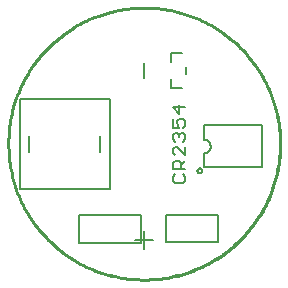
<source format=gto>
G75*
%MOIN*%
%OFA0B0*%
%FSLAX25Y25*%
%IPPOS*%
%LPD*%
%AMOC8*
5,1,8,0,0,1.08239X$1,22.5*
%
%ADD10C,0.01000*%
%ADD11C,0.00700*%
%ADD12C,0.00500*%
D10*
X0041762Y0059000D02*
X0041776Y0060112D01*
X0041817Y0061223D01*
X0041885Y0062332D01*
X0041980Y0063440D01*
X0042103Y0064545D01*
X0042252Y0065647D01*
X0042429Y0066745D01*
X0042632Y0067838D01*
X0042863Y0068925D01*
X0043120Y0070007D01*
X0043403Y0071082D01*
X0043713Y0072150D01*
X0044048Y0073210D01*
X0044410Y0074261D01*
X0044797Y0075303D01*
X0045210Y0076336D01*
X0045648Y0077357D01*
X0046111Y0078368D01*
X0046599Y0079367D01*
X0047111Y0080354D01*
X0047647Y0081328D01*
X0048207Y0082289D01*
X0048790Y0083235D01*
X0049396Y0084167D01*
X0050025Y0085084D01*
X0050677Y0085985D01*
X0051350Y0086870D01*
X0052045Y0087738D01*
X0052760Y0088589D01*
X0053497Y0089422D01*
X0054254Y0090236D01*
X0055030Y0091032D01*
X0055826Y0091808D01*
X0056640Y0092565D01*
X0057473Y0093302D01*
X0058324Y0094017D01*
X0059192Y0094712D01*
X0060077Y0095385D01*
X0060978Y0096037D01*
X0061895Y0096666D01*
X0062827Y0097272D01*
X0063773Y0097855D01*
X0064734Y0098415D01*
X0065708Y0098951D01*
X0066695Y0099463D01*
X0067694Y0099951D01*
X0068705Y0100414D01*
X0069726Y0100852D01*
X0070759Y0101265D01*
X0071801Y0101652D01*
X0072852Y0102014D01*
X0073912Y0102349D01*
X0074980Y0102659D01*
X0076055Y0102942D01*
X0077137Y0103199D01*
X0078224Y0103430D01*
X0079317Y0103633D01*
X0080415Y0103810D01*
X0081517Y0103959D01*
X0082622Y0104082D01*
X0083730Y0104177D01*
X0084839Y0104245D01*
X0085950Y0104286D01*
X0087062Y0104300D01*
X0088174Y0104286D01*
X0089285Y0104245D01*
X0090394Y0104177D01*
X0091502Y0104082D01*
X0092607Y0103959D01*
X0093709Y0103810D01*
X0094807Y0103633D01*
X0095900Y0103430D01*
X0096987Y0103199D01*
X0098069Y0102942D01*
X0099144Y0102659D01*
X0100212Y0102349D01*
X0101272Y0102014D01*
X0102323Y0101652D01*
X0103365Y0101265D01*
X0104398Y0100852D01*
X0105419Y0100414D01*
X0106430Y0099951D01*
X0107429Y0099463D01*
X0108416Y0098951D01*
X0109390Y0098415D01*
X0110351Y0097855D01*
X0111297Y0097272D01*
X0112229Y0096666D01*
X0113146Y0096037D01*
X0114047Y0095385D01*
X0114932Y0094712D01*
X0115800Y0094017D01*
X0116651Y0093302D01*
X0117484Y0092565D01*
X0118298Y0091808D01*
X0119094Y0091032D01*
X0119870Y0090236D01*
X0120627Y0089422D01*
X0121364Y0088589D01*
X0122079Y0087738D01*
X0122774Y0086870D01*
X0123447Y0085985D01*
X0124099Y0085084D01*
X0124728Y0084167D01*
X0125334Y0083235D01*
X0125917Y0082289D01*
X0126477Y0081328D01*
X0127013Y0080354D01*
X0127525Y0079367D01*
X0128013Y0078368D01*
X0128476Y0077357D01*
X0128914Y0076336D01*
X0129327Y0075303D01*
X0129714Y0074261D01*
X0130076Y0073210D01*
X0130411Y0072150D01*
X0130721Y0071082D01*
X0131004Y0070007D01*
X0131261Y0068925D01*
X0131492Y0067838D01*
X0131695Y0066745D01*
X0131872Y0065647D01*
X0132021Y0064545D01*
X0132144Y0063440D01*
X0132239Y0062332D01*
X0132307Y0061223D01*
X0132348Y0060112D01*
X0132362Y0059000D01*
X0132348Y0057888D01*
X0132307Y0056777D01*
X0132239Y0055668D01*
X0132144Y0054560D01*
X0132021Y0053455D01*
X0131872Y0052353D01*
X0131695Y0051255D01*
X0131492Y0050162D01*
X0131261Y0049075D01*
X0131004Y0047993D01*
X0130721Y0046918D01*
X0130411Y0045850D01*
X0130076Y0044790D01*
X0129714Y0043739D01*
X0129327Y0042697D01*
X0128914Y0041664D01*
X0128476Y0040643D01*
X0128013Y0039632D01*
X0127525Y0038633D01*
X0127013Y0037646D01*
X0126477Y0036672D01*
X0125917Y0035711D01*
X0125334Y0034765D01*
X0124728Y0033833D01*
X0124099Y0032916D01*
X0123447Y0032015D01*
X0122774Y0031130D01*
X0122079Y0030262D01*
X0121364Y0029411D01*
X0120627Y0028578D01*
X0119870Y0027764D01*
X0119094Y0026968D01*
X0118298Y0026192D01*
X0117484Y0025435D01*
X0116651Y0024698D01*
X0115800Y0023983D01*
X0114932Y0023288D01*
X0114047Y0022615D01*
X0113146Y0021963D01*
X0112229Y0021334D01*
X0111297Y0020728D01*
X0110351Y0020145D01*
X0109390Y0019585D01*
X0108416Y0019049D01*
X0107429Y0018537D01*
X0106430Y0018049D01*
X0105419Y0017586D01*
X0104398Y0017148D01*
X0103365Y0016735D01*
X0102323Y0016348D01*
X0101272Y0015986D01*
X0100212Y0015651D01*
X0099144Y0015341D01*
X0098069Y0015058D01*
X0096987Y0014801D01*
X0095900Y0014570D01*
X0094807Y0014367D01*
X0093709Y0014190D01*
X0092607Y0014041D01*
X0091502Y0013918D01*
X0090394Y0013823D01*
X0089285Y0013755D01*
X0088174Y0013714D01*
X0087062Y0013700D01*
X0085950Y0013714D01*
X0084839Y0013755D01*
X0083730Y0013823D01*
X0082622Y0013918D01*
X0081517Y0014041D01*
X0080415Y0014190D01*
X0079317Y0014367D01*
X0078224Y0014570D01*
X0077137Y0014801D01*
X0076055Y0015058D01*
X0074980Y0015341D01*
X0073912Y0015651D01*
X0072852Y0015986D01*
X0071801Y0016348D01*
X0070759Y0016735D01*
X0069726Y0017148D01*
X0068705Y0017586D01*
X0067694Y0018049D01*
X0066695Y0018537D01*
X0065708Y0019049D01*
X0064734Y0019585D01*
X0063773Y0020145D01*
X0062827Y0020728D01*
X0061895Y0021334D01*
X0060978Y0021963D01*
X0060077Y0022615D01*
X0059192Y0023288D01*
X0058324Y0023983D01*
X0057473Y0024698D01*
X0056640Y0025435D01*
X0055826Y0026192D01*
X0055030Y0026968D01*
X0054254Y0027764D01*
X0053497Y0028578D01*
X0052760Y0029411D01*
X0052045Y0030262D01*
X0051350Y0031130D01*
X0050677Y0032015D01*
X0050025Y0032916D01*
X0049396Y0033833D01*
X0048790Y0034765D01*
X0048207Y0035711D01*
X0047647Y0036672D01*
X0047111Y0037646D01*
X0046599Y0038633D01*
X0046111Y0039632D01*
X0045648Y0040643D01*
X0045210Y0041664D01*
X0044797Y0042697D01*
X0044410Y0043739D01*
X0044048Y0044790D01*
X0043713Y0045850D01*
X0043403Y0046918D01*
X0043120Y0047993D01*
X0042863Y0049075D01*
X0042632Y0050162D01*
X0042429Y0051255D01*
X0042252Y0052353D01*
X0042103Y0053455D01*
X0041980Y0054560D01*
X0041885Y0055668D01*
X0041817Y0056777D01*
X0041776Y0057888D01*
X0041762Y0059000D01*
D11*
X0096471Y0060442D02*
X0096471Y0061876D01*
X0097189Y0062593D01*
X0097906Y0062593D01*
X0098623Y0061876D01*
X0099340Y0062593D01*
X0100058Y0062593D01*
X0100775Y0061876D01*
X0100775Y0060442D01*
X0100058Y0059724D01*
X0100775Y0057989D02*
X0100775Y0055120D01*
X0097906Y0057989D01*
X0097189Y0057989D01*
X0096471Y0057272D01*
X0096471Y0055838D01*
X0097189Y0055120D01*
X0097189Y0053386D02*
X0098623Y0053386D01*
X0099340Y0052668D01*
X0099340Y0050516D01*
X0099340Y0051951D02*
X0100775Y0053386D01*
X0100775Y0050516D02*
X0096471Y0050516D01*
X0096471Y0052668D01*
X0097189Y0053386D01*
X0097189Y0048782D02*
X0096471Y0048064D01*
X0096471Y0046630D01*
X0097189Y0045912D01*
X0100058Y0045912D01*
X0100775Y0046630D01*
X0100775Y0048064D01*
X0100058Y0048782D01*
X0097189Y0059724D02*
X0096471Y0060442D01*
X0098623Y0061159D02*
X0098623Y0061876D01*
X0098623Y0064328D02*
X0096471Y0064328D01*
X0096471Y0067197D01*
X0097906Y0066480D02*
X0098623Y0067197D01*
X0100058Y0067197D01*
X0100775Y0066480D01*
X0100775Y0065045D01*
X0100058Y0064328D01*
X0098623Y0064328D02*
X0097906Y0065763D01*
X0097906Y0066480D01*
X0098623Y0068932D02*
X0098623Y0071801D01*
X0096471Y0071084D02*
X0098623Y0068932D01*
X0100775Y0071084D02*
X0096471Y0071084D01*
D12*
X0045500Y0074000D02*
X0045500Y0044000D01*
X0075500Y0044000D01*
X0075500Y0074000D01*
X0045500Y0074000D01*
X0048689Y0061687D02*
X0048689Y0056313D01*
X0072311Y0056313D02*
X0072311Y0061687D01*
X0041786Y0059000D02*
X0041800Y0060111D01*
X0041841Y0061222D01*
X0041909Y0062331D01*
X0042004Y0063438D01*
X0042126Y0064542D01*
X0042276Y0065643D01*
X0042453Y0066740D01*
X0042656Y0067833D01*
X0042886Y0068920D01*
X0043143Y0070001D01*
X0043426Y0071076D01*
X0043736Y0072143D01*
X0044071Y0073202D01*
X0044433Y0074253D01*
X0044820Y0075295D01*
X0045232Y0076326D01*
X0045670Y0077348D01*
X0046133Y0078358D01*
X0046620Y0079357D01*
X0047132Y0080343D01*
X0047668Y0081316D01*
X0048227Y0082277D01*
X0048810Y0083223D01*
X0049416Y0084154D01*
X0050045Y0085070D01*
X0050696Y0085971D01*
X0051369Y0086855D01*
X0052063Y0087723D01*
X0052779Y0088573D01*
X0053515Y0089406D01*
X0054271Y0090220D01*
X0055047Y0091015D01*
X0055842Y0091791D01*
X0056656Y0092547D01*
X0057489Y0093283D01*
X0058339Y0093999D01*
X0059207Y0094693D01*
X0060091Y0095366D01*
X0060992Y0096017D01*
X0061908Y0096646D01*
X0062839Y0097252D01*
X0063785Y0097835D01*
X0064746Y0098394D01*
X0065719Y0098930D01*
X0066705Y0099442D01*
X0067704Y0099929D01*
X0068714Y0100392D01*
X0069736Y0100830D01*
X0070767Y0101242D01*
X0071809Y0101629D01*
X0072860Y0101991D01*
X0073919Y0102326D01*
X0074986Y0102636D01*
X0076061Y0102919D01*
X0077142Y0103176D01*
X0078229Y0103406D01*
X0079322Y0103609D01*
X0080419Y0103786D01*
X0081520Y0103936D01*
X0082624Y0104058D01*
X0083731Y0104153D01*
X0084840Y0104221D01*
X0085951Y0104262D01*
X0087062Y0104276D01*
X0088173Y0104262D01*
X0089284Y0104221D01*
X0090393Y0104153D01*
X0091500Y0104058D01*
X0092604Y0103936D01*
X0093705Y0103786D01*
X0094802Y0103609D01*
X0095895Y0103406D01*
X0096982Y0103176D01*
X0098063Y0102919D01*
X0099138Y0102636D01*
X0100205Y0102326D01*
X0101264Y0101991D01*
X0102315Y0101629D01*
X0103357Y0101242D01*
X0104388Y0100830D01*
X0105410Y0100392D01*
X0106420Y0099929D01*
X0107419Y0099442D01*
X0108405Y0098930D01*
X0109378Y0098394D01*
X0110339Y0097835D01*
X0111285Y0097252D01*
X0112216Y0096646D01*
X0113132Y0096017D01*
X0114033Y0095366D01*
X0114917Y0094693D01*
X0115785Y0093999D01*
X0116635Y0093283D01*
X0117468Y0092547D01*
X0118282Y0091791D01*
X0119077Y0091015D01*
X0119853Y0090220D01*
X0120609Y0089406D01*
X0121345Y0088573D01*
X0122061Y0087723D01*
X0122755Y0086855D01*
X0123428Y0085971D01*
X0124079Y0085070D01*
X0124708Y0084154D01*
X0125314Y0083223D01*
X0125897Y0082277D01*
X0126456Y0081316D01*
X0126992Y0080343D01*
X0127504Y0079357D01*
X0127991Y0078358D01*
X0128454Y0077348D01*
X0128892Y0076326D01*
X0129304Y0075295D01*
X0129691Y0074253D01*
X0130053Y0073202D01*
X0130388Y0072143D01*
X0130698Y0071076D01*
X0130981Y0070001D01*
X0131238Y0068920D01*
X0131468Y0067833D01*
X0131671Y0066740D01*
X0131848Y0065643D01*
X0131998Y0064542D01*
X0132120Y0063438D01*
X0132215Y0062331D01*
X0132283Y0061222D01*
X0132324Y0060111D01*
X0132338Y0059000D01*
X0132324Y0057889D01*
X0132283Y0056778D01*
X0132215Y0055669D01*
X0132120Y0054562D01*
X0131998Y0053458D01*
X0131848Y0052357D01*
X0131671Y0051260D01*
X0131468Y0050167D01*
X0131238Y0049080D01*
X0130981Y0047999D01*
X0130698Y0046924D01*
X0130388Y0045857D01*
X0130053Y0044798D01*
X0129691Y0043747D01*
X0129304Y0042705D01*
X0128892Y0041674D01*
X0128454Y0040652D01*
X0127991Y0039642D01*
X0127504Y0038643D01*
X0126992Y0037657D01*
X0126456Y0036684D01*
X0125897Y0035723D01*
X0125314Y0034777D01*
X0124708Y0033846D01*
X0124079Y0032930D01*
X0123428Y0032029D01*
X0122755Y0031145D01*
X0122061Y0030277D01*
X0121345Y0029427D01*
X0120609Y0028594D01*
X0119853Y0027780D01*
X0119077Y0026985D01*
X0118282Y0026209D01*
X0117468Y0025453D01*
X0116635Y0024717D01*
X0115785Y0024001D01*
X0114917Y0023307D01*
X0114033Y0022634D01*
X0113132Y0021983D01*
X0112216Y0021354D01*
X0111285Y0020748D01*
X0110339Y0020165D01*
X0109378Y0019606D01*
X0108405Y0019070D01*
X0107419Y0018558D01*
X0106420Y0018071D01*
X0105410Y0017608D01*
X0104388Y0017170D01*
X0103357Y0016758D01*
X0102315Y0016371D01*
X0101264Y0016009D01*
X0100205Y0015674D01*
X0099138Y0015364D01*
X0098063Y0015081D01*
X0096982Y0014824D01*
X0095895Y0014594D01*
X0094802Y0014391D01*
X0093705Y0014214D01*
X0092604Y0014064D01*
X0091500Y0013942D01*
X0090393Y0013847D01*
X0089284Y0013779D01*
X0088173Y0013738D01*
X0087062Y0013724D01*
X0085951Y0013738D01*
X0084840Y0013779D01*
X0083731Y0013847D01*
X0082624Y0013942D01*
X0081520Y0014064D01*
X0080419Y0014214D01*
X0079322Y0014391D01*
X0078229Y0014594D01*
X0077142Y0014824D01*
X0076061Y0015081D01*
X0074986Y0015364D01*
X0073919Y0015674D01*
X0072860Y0016009D01*
X0071809Y0016371D01*
X0070767Y0016758D01*
X0069736Y0017170D01*
X0068714Y0017608D01*
X0067704Y0018071D01*
X0066705Y0018558D01*
X0065719Y0019070D01*
X0064746Y0019606D01*
X0063785Y0020165D01*
X0062839Y0020748D01*
X0061908Y0021354D01*
X0060992Y0021983D01*
X0060091Y0022634D01*
X0059207Y0023307D01*
X0058339Y0024001D01*
X0057489Y0024717D01*
X0056656Y0025453D01*
X0055842Y0026209D01*
X0055047Y0026985D01*
X0054271Y0027780D01*
X0053515Y0028594D01*
X0052779Y0029427D01*
X0052063Y0030277D01*
X0051369Y0031145D01*
X0050696Y0032029D01*
X0050045Y0032930D01*
X0049416Y0033846D01*
X0048810Y0034777D01*
X0048227Y0035723D01*
X0047668Y0036684D01*
X0047132Y0037657D01*
X0046620Y0038643D01*
X0046133Y0039642D01*
X0045670Y0040652D01*
X0045232Y0041674D01*
X0044820Y0042705D01*
X0044433Y0043747D01*
X0044071Y0044798D01*
X0043736Y0045857D01*
X0043426Y0046924D01*
X0043143Y0047999D01*
X0042886Y0049080D01*
X0042656Y0050167D01*
X0042453Y0051260D01*
X0042276Y0052357D01*
X0042126Y0053458D01*
X0042004Y0054562D01*
X0041909Y0055669D01*
X0041841Y0056778D01*
X0041800Y0057889D01*
X0041786Y0059000D01*
X0065439Y0035362D02*
X0065439Y0035204D01*
X0065439Y0025913D01*
X0085911Y0025913D01*
X0085911Y0035362D01*
X0065439Y0035362D01*
X0084063Y0027000D02*
X0090062Y0027000D01*
X0087062Y0024000D02*
X0087062Y0030000D01*
X0094278Y0026308D02*
X0094278Y0035167D01*
X0111797Y0035167D01*
X0111797Y0026308D01*
X0094278Y0026308D01*
X0104764Y0050007D02*
X0104766Y0050063D01*
X0104772Y0050118D01*
X0104782Y0050172D01*
X0104795Y0050226D01*
X0104813Y0050279D01*
X0104834Y0050330D01*
X0104858Y0050380D01*
X0104886Y0050428D01*
X0104918Y0050474D01*
X0104952Y0050518D01*
X0104990Y0050559D01*
X0105030Y0050597D01*
X0105073Y0050632D01*
X0105118Y0050664D01*
X0105166Y0050693D01*
X0105215Y0050719D01*
X0105266Y0050741D01*
X0105318Y0050759D01*
X0105372Y0050773D01*
X0105427Y0050784D01*
X0105482Y0050791D01*
X0105537Y0050794D01*
X0105593Y0050793D01*
X0105648Y0050788D01*
X0105703Y0050779D01*
X0105757Y0050767D01*
X0105810Y0050750D01*
X0105862Y0050730D01*
X0105912Y0050706D01*
X0105960Y0050679D01*
X0106007Y0050649D01*
X0106051Y0050615D01*
X0106093Y0050578D01*
X0106131Y0050538D01*
X0106168Y0050496D01*
X0106201Y0050451D01*
X0106230Y0050405D01*
X0106257Y0050356D01*
X0106279Y0050305D01*
X0106299Y0050253D01*
X0106314Y0050199D01*
X0106326Y0050145D01*
X0106334Y0050090D01*
X0106338Y0050035D01*
X0106338Y0049979D01*
X0106334Y0049924D01*
X0106326Y0049869D01*
X0106314Y0049815D01*
X0106299Y0049761D01*
X0106279Y0049709D01*
X0106257Y0049658D01*
X0106230Y0049609D01*
X0106201Y0049563D01*
X0106168Y0049518D01*
X0106131Y0049476D01*
X0106093Y0049436D01*
X0106051Y0049399D01*
X0106007Y0049365D01*
X0105960Y0049335D01*
X0105912Y0049308D01*
X0105862Y0049284D01*
X0105810Y0049264D01*
X0105757Y0049247D01*
X0105703Y0049235D01*
X0105648Y0049226D01*
X0105593Y0049221D01*
X0105537Y0049220D01*
X0105482Y0049223D01*
X0105427Y0049230D01*
X0105372Y0049241D01*
X0105318Y0049255D01*
X0105266Y0049273D01*
X0105215Y0049295D01*
X0105166Y0049321D01*
X0105118Y0049350D01*
X0105073Y0049382D01*
X0105030Y0049417D01*
X0104990Y0049455D01*
X0104952Y0049496D01*
X0104918Y0049540D01*
X0104886Y0049586D01*
X0104858Y0049634D01*
X0104834Y0049684D01*
X0104813Y0049735D01*
X0104795Y0049788D01*
X0104782Y0049842D01*
X0104772Y0049896D01*
X0104766Y0049951D01*
X0104764Y0050007D01*
X0106929Y0051188D02*
X0106929Y0055834D01*
X0107047Y0055834D01*
X0107137Y0055836D01*
X0107227Y0055842D01*
X0107317Y0055851D01*
X0107406Y0055865D01*
X0107495Y0055882D01*
X0107583Y0055903D01*
X0107670Y0055927D01*
X0107755Y0055955D01*
X0107840Y0055987D01*
X0107923Y0056023D01*
X0108004Y0056062D01*
X0108084Y0056104D01*
X0108162Y0056150D01*
X0108238Y0056199D01*
X0108311Y0056251D01*
X0108383Y0056306D01*
X0108452Y0056364D01*
X0108518Y0056425D01*
X0108582Y0056489D01*
X0108643Y0056555D01*
X0108701Y0056624D01*
X0108756Y0056696D01*
X0108808Y0056769D01*
X0108857Y0056845D01*
X0108903Y0056923D01*
X0108945Y0057003D01*
X0108984Y0057084D01*
X0109020Y0057167D01*
X0109052Y0057252D01*
X0109080Y0057337D01*
X0109104Y0057424D01*
X0109125Y0057512D01*
X0109142Y0057601D01*
X0109156Y0057690D01*
X0109165Y0057780D01*
X0109171Y0057870D01*
X0109173Y0057960D01*
X0109173Y0058275D01*
X0109169Y0058368D01*
X0109160Y0058460D01*
X0109148Y0058552D01*
X0109132Y0058644D01*
X0109112Y0058734D01*
X0109088Y0058824D01*
X0109060Y0058912D01*
X0109029Y0059000D01*
X0108994Y0059086D01*
X0108955Y0059170D01*
X0108913Y0059253D01*
X0108867Y0059333D01*
X0108818Y0059412D01*
X0108765Y0059489D01*
X0108710Y0059563D01*
X0108651Y0059635D01*
X0108589Y0059704D01*
X0108525Y0059771D01*
X0108457Y0059834D01*
X0108387Y0059895D01*
X0108315Y0059953D01*
X0108240Y0060008D01*
X0108163Y0060060D01*
X0108083Y0060108D01*
X0108002Y0060153D01*
X0107919Y0060194D01*
X0107834Y0060232D01*
X0107748Y0060266D01*
X0107660Y0060296D01*
X0107571Y0060323D01*
X0107481Y0060346D01*
X0107391Y0060365D01*
X0107299Y0060380D01*
X0107207Y0060391D01*
X0107114Y0060398D01*
X0107022Y0060402D01*
X0106929Y0060401D01*
X0106929Y0065362D01*
X0126221Y0065362D01*
X0126221Y0051188D01*
X0106929Y0051188D01*
X0099497Y0077544D02*
X0095953Y0077544D01*
X0095953Y0080694D01*
X0101072Y0082269D02*
X0101072Y0084631D01*
X0099497Y0089356D02*
X0095953Y0089356D01*
X0095953Y0086206D01*
X0087062Y0086000D02*
X0087062Y0081000D01*
M02*

</source>
